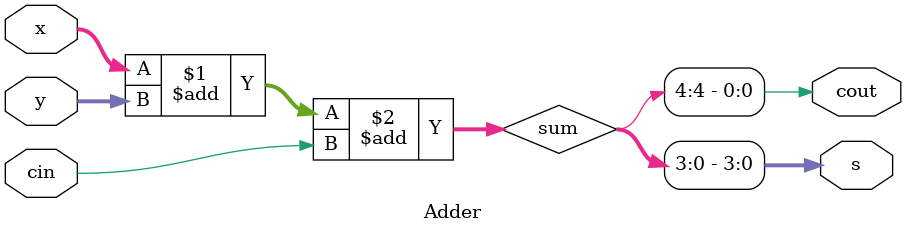
<source format=v>
module Adder (
    input  [3:0] x,      // 4-bit input x
    input  [3:0] y,      // 4-bit input y
    input        cin,    // 1-bit carry-in input
    output [3:0] s,      // 4-bit sum output
    output       cout    // 1-bit carry-out output
    
);

    // Internal wire to store the result of x + y + cin
    wire [4:0] sum;      // 5 bits to capture carry-out

    // Add x, y and cin
    assign sum = x + y + cin;

    // Assign the outputs
    assign s = sum[3:0];     // Lower 4 bits go to s (the sum)
    assign cout = sum[4];    // 5th bit is the carry-out

endmodule

</source>
